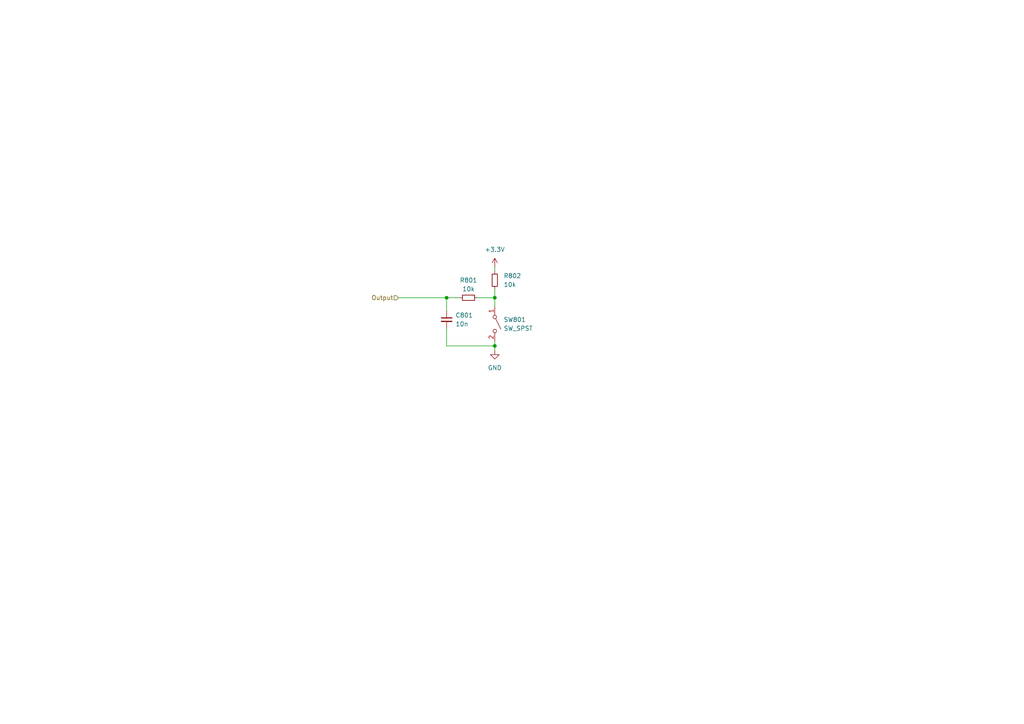
<source format=kicad_sch>
(kicad_sch (version 20231120) (generator "eeschema") (generator_version "8.0")
  (paper "A4")
  (lib_symbols
    (symbol "Device:C_Small" (pin_numbers hide) (pin_names (offset 0.254) hide)
      (property "Reference" "C" (at 0.254 1.778 0))
      (property "Value" "C_Small" (at 0.254 -2.032 0))
      (symbol "C_Small_0_1"
        (polyline (pts (xy -1.524 -0.508) (xy 1.524 -0.508)) (stroke (width 0.3302)))
        (polyline (pts (xy -1.524 0.508) (xy 1.524 0.508)) (stroke (width 0.3048)))
      )
      (symbol "C_Small_1_1"
        (pin passive line (at 0 2.54 270) (length 2.032) (name "~") (number "1"))
        (pin passive line (at 0 -2.54 90) (length 2.032) (name "~") (number "2"))
      )
    )
    (symbol "Device:R_Small" (pin_numbers hide) (pin_names (offset 0.254) hide)
      (property "Reference" "R" (at 0.762 0.508 0))
      (property "Value" "R_Small" (at 0.762 -1.016 0))
      (symbol "R_Small_0_1"
        (rectangle (start -0.762 1.778) (end 0.762 -1.778) (stroke (width 0.2032)))
      )
      (symbol "R_Small_1_1"
        (pin passive line (at 0 2.54 270) (length 0.762) (name "~") (number "1"))
        (pin passive line (at 0 -2.54 90) (length 0.762) (name "~") (number "2"))
      )
    )
    (symbol "Switch:SW_SPST" (pin_names (offset 0) hide)
      (property "Reference" "SW" (at 0 3.175 0))
      (property "Value" "SW_SPST" (at 0 -2.54 0))
      (symbol "SW_SPST_0_0"
        (circle (center -2.032 0) (radius 0.508))
        (polyline (pts (xy -1.524 0.254) (xy 1.524 1.778)))
        (circle (center 2.032 0) (radius 0.508))
      )
      (symbol "SW_SPST_1_1"
        (pin passive line (at -5.08 0 0) (length 2.54) (name "A") (number "1"))
        (pin passive line (at 5.08 0 180) (length 2.54) (name "B") (number "2"))
      )
    )
    (symbol "power:+3.3V" (power) (pin_numbers hide) (pin_names (offset 0) hide)
      (property "Value" "+3.3V" (at 0 3.556 0))
      (symbol "+3.3V_0_1"
        (polyline (pts (xy -0.762 1.27) (xy 0 2.54)))
        (polyline (pts (xy 0 0) (xy 0 2.54)))
        (polyline (pts (xy 0 2.54) (xy 0.762 1.27)))
      )
      (symbol "+3.3V_1_1"
        (pin power_in line (at 0 0 90) (length 0) (name "~") (number "1"))
      )
    )
    (symbol "power:GND" (power) (pin_names (offset 0))
      (property "Value" "GND" (at 0 -3.81 0))
      (symbol "GND_0_1"
        (polyline (pts (xy 0 0) (xy 0 -1.27) (xy 1.27 -1.27) (xy 0 -2.54) (xy -1.27 -1.27) (xy 0 -1.27)))
      )
      (symbol "GND_1_1"
        (pin power_in line (at 0 0 270) (length 0) hide (name "GND") (number "1"))
      )
    )
  )
  (junction (at 129.54 86.36))
  (junction (at 143.51 86.36))
  (junction (at 143.51 100.33))
  (wire (pts (xy 129.54 86.36) (xy 133.35 86.36)))
  (wire (pts (xy 143.51 83.82) (xy 143.51 86.36)))
  (wire (pts (xy 143.51 100.33) (xy 143.51 101.6)))
  (wire (pts (xy 143.51 99.06) (xy 143.51 100.33)))
  (wire (pts (xy 143.51 77.47) (xy 143.51 78.74)))
  (wire (pts (xy 129.54 100.33) (xy 143.51 100.33)))
  (wire (pts (xy 143.51 86.36) (xy 143.51 88.9)))
  (wire (pts (xy 129.54 95.25) (xy 129.54 100.33)))
  (wire (pts (xy 115.57 86.36) (xy 129.54 86.36)))
  (wire (pts (xy 138.43 86.36) (xy 143.51 86.36)))
  (wire (pts (xy 129.54 86.36) (xy 129.54 90.17)))
  (hierarchical_label "Output" (shape input) (at 115.57 86.36 180))
  (symbol (lib_id "power:+3.3V") (at 143.51 77.47 0) (unit 1)
    (property "Reference" "#PWR0801" (effects (hide yes)))
    (property "Value" "+3.3V" (at 143.51 72.39 0))
    (property "Description" "Power symbol creates a global label with name \"+3.3V\"" (effects (hide yes)))
  )
  (symbol (lib_id "Device:C_Small") (at 129.54 92.71 0) (unit 1)
    (property "Reference" "C801" (at 132.08 91.4463 0) (effects (justify left)))
    (property "Value" "10n" (at 132.08 93.9863 0) (effects (justify left)))
    (property "Footprint" "Capacitor_SMD:C_0402_1005Metric" (effects (hide yes)))
  )
  (symbol (lib_id "Device:R_Small") (at 143.51 81.28 0) (unit 1)
    (property "Reference" "R802" (at 146.05 80.0099 0) (effects (justify left)))
    (property "Value" "10k" (at 146.05 82.5499 0) (effects (justify left)))
    (property "Footprint" "Resistor_SMD:R_0402_1005Metric" (effects (hide yes)))
  )
  (symbol (lib_id "Switch:SW_SPST") (at 143.51 93.98 270) (unit 1)
    (property "Reference" "SW801" (at 146.05 92.7099 90) (effects (justify left)))
    (property "Value" "SW_SPST" (at 146.05 95.2499 90) (effects (justify left)))
    (property "Footprint" "Button_Switch_SMD:SW_Push_1P1T_NO_6x6mm_H9.5mm" (effects (hide yes)))
    (property "Description" "Single Pole Single Throw (SPST) switch" (effects (hide yes)))
  )
  (symbol (lib_id "Device:R_Small") (at 135.89 86.36 270) (unit 1)
    (property "Reference" "R801" (at 135.89 81.28 90))
    (property "Value" "10k" (at 135.89 83.82 90))
    (property "Footprint" "Resistor_SMD:R_0402_1005Metric" (effects (hide yes)))
  )
  (symbol (lib_id "power:GND") (at 143.51 101.6 0) (unit 1)
    (property "Reference" "#PWR0802" (effects (hide yes)))
    (property "Value" "GND" (at 143.51 106.68 0))
  )
)
</source>
